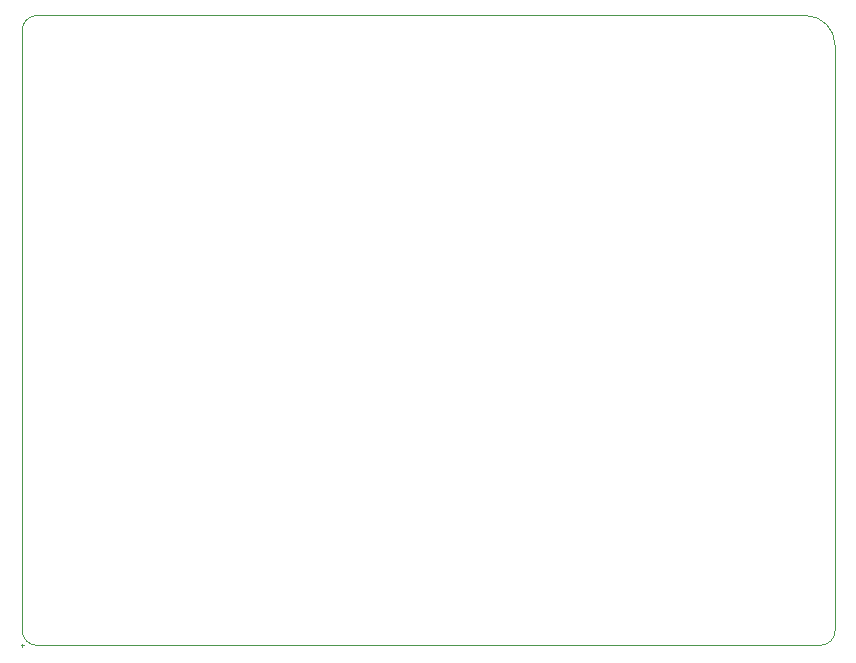
<source format=gbr>
%TF.GenerationSoftware,KiCad,Pcbnew,7.0.7*%
%TF.CreationDate,2023-10-02T21:57:18-04:00*%
%TF.ProjectId,vehicle_controL_module_0.1.0,76656869-636c-4655-9f63-6f6e74726f4c,rev?*%
%TF.SameCoordinates,Original*%
%TF.FileFunction,Profile,NP*%
%FSLAX46Y46*%
G04 Gerber Fmt 4.6, Leading zero omitted, Abs format (unit mm)*
G04 Created by KiCad (PCBNEW 7.0.7) date 2023-10-02 21:57:18*
%MOMM*%
%LPD*%
G01*
G04 APERTURE LIST*
%TA.AperFunction,Profile*%
%ADD10C,0.025400*%
%TD*%
%TA.AperFunction,Profile*%
%ADD11C,0.050000*%
%TD*%
G04 APERTURE END LIST*
D10*
X181717750Y-131603950D02*
G75*
G03*
X182987750Y-130333950I0J1270000D01*
G01*
X114153750Y-130333950D02*
G75*
G03*
X115423750Y-131603950I1270000J0D01*
G01*
X115423750Y-78263950D02*
G75*
G03*
X114153750Y-79533950I0J-1270000D01*
G01*
X182987750Y-80803950D02*
G75*
G03*
X180447750Y-78263950I-2540000J0D01*
G01*
X114153750Y-130333950D02*
G75*
G03*
X115423750Y-131603950I1270000J0D01*
G01*
X181717750Y-131603950D02*
G75*
G03*
X182987750Y-130333950I0J1270000D01*
G01*
X115423750Y-78263950D02*
G75*
G03*
X114153750Y-79533950I0J-1270000D01*
G01*
X114153750Y-130333950D02*
G75*
G03*
X115423750Y-131603950I1270000J0D01*
G01*
X181717750Y-131603950D02*
G75*
G03*
X182987750Y-130333950I0J1270000D01*
G01*
X182987750Y-80803950D02*
G75*
G03*
X180447750Y-78263950I-2540000J0D01*
G01*
X181717750Y-131603950D02*
G75*
G03*
X182987750Y-130333950I0J1270000D01*
G01*
X180447750Y-78263950D02*
X115423750Y-78263950D01*
X115423750Y-78263950D02*
G75*
G03*
X114153750Y-79533950I0J-1270000D01*
G01*
X114153750Y-79533950D02*
X114153750Y-130333950D01*
X114153750Y-130333950D02*
G75*
G03*
X115423750Y-131603950I1270000J0D01*
G01*
X182987750Y-80803950D02*
G75*
G03*
X180447750Y-78263950I-2540000J0D01*
G01*
X115423750Y-131603950D02*
X181717750Y-131603950D01*
D11*
X114026750Y-131603950D02*
X114280750Y-131603950D01*
X114153750Y-131476950D02*
X114153750Y-131730950D01*
D10*
X182987750Y-80803950D02*
X182987750Y-130333950D01*
M02*

</source>
